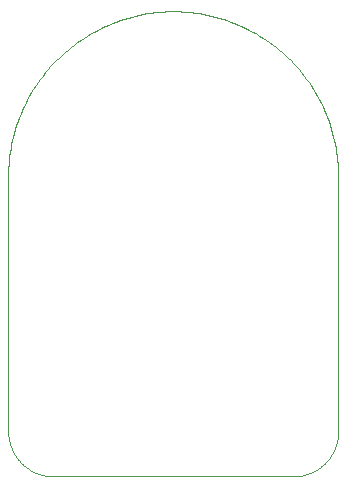
<source format=gbp>
G75*
%MOIN*%
%OFA0B0*%
%FSLAX25Y25*%
%IPPOS*%
%LPD*%
%AMOC8*
5,1,8,0,0,1.08239X$1,22.5*
%
%ADD10C,0.00000*%
D10*
X0006400Y0034006D02*
X0006400Y0119006D01*
X0006400Y0034006D02*
X0006404Y0033644D01*
X0006418Y0033281D01*
X0006439Y0032919D01*
X0006470Y0032558D01*
X0006509Y0032198D01*
X0006557Y0031839D01*
X0006614Y0031481D01*
X0006679Y0031124D01*
X0006753Y0030769D01*
X0006836Y0030416D01*
X0006927Y0030065D01*
X0007026Y0029717D01*
X0007134Y0029371D01*
X0007250Y0029027D01*
X0007375Y0028687D01*
X0007507Y0028350D01*
X0007648Y0028016D01*
X0007797Y0027685D01*
X0007954Y0027358D01*
X0008118Y0027035D01*
X0008290Y0026716D01*
X0008470Y0026402D01*
X0008658Y0026091D01*
X0008853Y0025786D01*
X0009055Y0025485D01*
X0009265Y0025189D01*
X0009481Y0024899D01*
X0009705Y0024613D01*
X0009935Y0024333D01*
X0010172Y0024059D01*
X0010416Y0023791D01*
X0010666Y0023528D01*
X0010922Y0023272D01*
X0011185Y0023022D01*
X0011453Y0022778D01*
X0011727Y0022541D01*
X0012007Y0022311D01*
X0012293Y0022087D01*
X0012583Y0021871D01*
X0012879Y0021661D01*
X0013180Y0021459D01*
X0013485Y0021264D01*
X0013796Y0021076D01*
X0014110Y0020896D01*
X0014429Y0020724D01*
X0014752Y0020560D01*
X0015079Y0020403D01*
X0015410Y0020254D01*
X0015744Y0020113D01*
X0016081Y0019981D01*
X0016421Y0019856D01*
X0016765Y0019740D01*
X0017111Y0019632D01*
X0017459Y0019533D01*
X0017810Y0019442D01*
X0018163Y0019359D01*
X0018518Y0019285D01*
X0018875Y0019220D01*
X0019233Y0019163D01*
X0019592Y0019115D01*
X0019952Y0019076D01*
X0020313Y0019045D01*
X0020675Y0019024D01*
X0021038Y0019010D01*
X0021400Y0019006D01*
X0101400Y0019006D01*
X0101762Y0019010D01*
X0102125Y0019024D01*
X0102487Y0019045D01*
X0102848Y0019076D01*
X0103208Y0019115D01*
X0103567Y0019163D01*
X0103925Y0019220D01*
X0104282Y0019285D01*
X0104637Y0019359D01*
X0104990Y0019442D01*
X0105341Y0019533D01*
X0105689Y0019632D01*
X0106035Y0019740D01*
X0106379Y0019856D01*
X0106719Y0019981D01*
X0107056Y0020113D01*
X0107390Y0020254D01*
X0107721Y0020403D01*
X0108048Y0020560D01*
X0108371Y0020724D01*
X0108690Y0020896D01*
X0109004Y0021076D01*
X0109315Y0021264D01*
X0109620Y0021459D01*
X0109921Y0021661D01*
X0110217Y0021871D01*
X0110507Y0022087D01*
X0110793Y0022311D01*
X0111073Y0022541D01*
X0111347Y0022778D01*
X0111615Y0023022D01*
X0111878Y0023272D01*
X0112134Y0023528D01*
X0112384Y0023791D01*
X0112628Y0024059D01*
X0112865Y0024333D01*
X0113095Y0024613D01*
X0113319Y0024899D01*
X0113535Y0025189D01*
X0113745Y0025485D01*
X0113947Y0025786D01*
X0114142Y0026091D01*
X0114330Y0026402D01*
X0114510Y0026716D01*
X0114682Y0027035D01*
X0114846Y0027358D01*
X0115003Y0027685D01*
X0115152Y0028016D01*
X0115293Y0028350D01*
X0115425Y0028687D01*
X0115550Y0029027D01*
X0115666Y0029371D01*
X0115774Y0029717D01*
X0115873Y0030065D01*
X0115964Y0030416D01*
X0116047Y0030769D01*
X0116121Y0031124D01*
X0116186Y0031481D01*
X0116243Y0031839D01*
X0116291Y0032198D01*
X0116330Y0032558D01*
X0116361Y0032919D01*
X0116382Y0033281D01*
X0116396Y0033644D01*
X0116400Y0034006D01*
X0116400Y0119006D01*
X0116384Y0120345D01*
X0116335Y0121684D01*
X0116253Y0123021D01*
X0116139Y0124355D01*
X0115993Y0125687D01*
X0115814Y0127014D01*
X0115603Y0128337D01*
X0115359Y0129654D01*
X0115084Y0130965D01*
X0114777Y0132268D01*
X0114438Y0133564D01*
X0114068Y0134851D01*
X0113667Y0136129D01*
X0113234Y0137397D01*
X0112771Y0138654D01*
X0112277Y0139899D01*
X0111753Y0141132D01*
X0111200Y0142351D01*
X0110616Y0143557D01*
X0110004Y0144748D01*
X0109363Y0145924D01*
X0108693Y0147084D01*
X0107995Y0148227D01*
X0107270Y0149353D01*
X0106517Y0150461D01*
X0105738Y0151551D01*
X0104932Y0152621D01*
X0104101Y0153671D01*
X0103244Y0154700D01*
X0102362Y0155709D01*
X0101457Y0156695D01*
X0100527Y0157659D01*
X0099574Y0158601D01*
X0098599Y0159519D01*
X0097601Y0160412D01*
X0096582Y0161282D01*
X0095542Y0162126D01*
X0094482Y0162944D01*
X0093402Y0163737D01*
X0092304Y0164503D01*
X0091186Y0165242D01*
X0090052Y0165954D01*
X0088900Y0166637D01*
X0087732Y0167293D01*
X0086548Y0167920D01*
X0085350Y0168518D01*
X0084137Y0169086D01*
X0082911Y0169625D01*
X0081672Y0170134D01*
X0080421Y0170612D01*
X0079158Y0171060D01*
X0077886Y0171477D01*
X0076603Y0171863D01*
X0075311Y0172218D01*
X0074011Y0172541D01*
X0072704Y0172832D01*
X0071390Y0173091D01*
X0070070Y0173318D01*
X0068745Y0173513D01*
X0067415Y0173676D01*
X0066082Y0173806D01*
X0064747Y0173904D01*
X0063409Y0173969D01*
X0062070Y0174002D01*
X0060730Y0174002D01*
X0059391Y0173969D01*
X0058053Y0173904D01*
X0056718Y0173806D01*
X0055385Y0173676D01*
X0054055Y0173513D01*
X0052730Y0173318D01*
X0051410Y0173091D01*
X0050096Y0172832D01*
X0048789Y0172541D01*
X0047489Y0172218D01*
X0046197Y0171863D01*
X0044914Y0171477D01*
X0043642Y0171060D01*
X0042379Y0170612D01*
X0041128Y0170134D01*
X0039889Y0169625D01*
X0038663Y0169086D01*
X0037450Y0168518D01*
X0036252Y0167920D01*
X0035068Y0167293D01*
X0033900Y0166637D01*
X0032748Y0165954D01*
X0031614Y0165242D01*
X0030496Y0164503D01*
X0029398Y0163737D01*
X0028318Y0162944D01*
X0027258Y0162126D01*
X0026218Y0161282D01*
X0025199Y0160412D01*
X0024201Y0159519D01*
X0023226Y0158601D01*
X0022273Y0157659D01*
X0021343Y0156695D01*
X0020438Y0155709D01*
X0019556Y0154700D01*
X0018699Y0153671D01*
X0017868Y0152621D01*
X0017062Y0151551D01*
X0016283Y0150461D01*
X0015530Y0149353D01*
X0014805Y0148227D01*
X0014107Y0147084D01*
X0013437Y0145924D01*
X0012796Y0144748D01*
X0012184Y0143557D01*
X0011600Y0142351D01*
X0011047Y0141132D01*
X0010523Y0139899D01*
X0010029Y0138654D01*
X0009566Y0137397D01*
X0009133Y0136129D01*
X0008732Y0134851D01*
X0008362Y0133564D01*
X0008023Y0132268D01*
X0007716Y0130965D01*
X0007441Y0129654D01*
X0007197Y0128337D01*
X0006986Y0127014D01*
X0006807Y0125687D01*
X0006661Y0124355D01*
X0006547Y0123021D01*
X0006465Y0121684D01*
X0006416Y0120345D01*
X0006400Y0119006D01*
M02*

</source>
